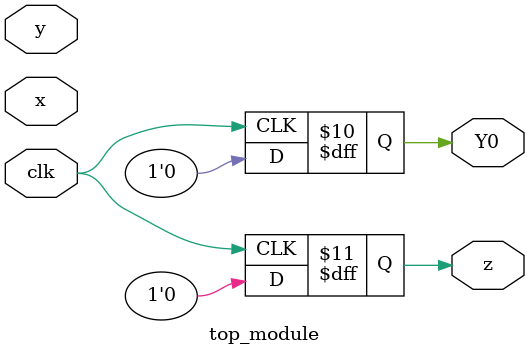
<source format=sv>
module top_module (
    input clk,
    input x,
    input [2:0] y,
    output reg Y0,
    output reg z
);

always @(posedge clk) begin
    case ({x, y})
        2'b00_000: begin
            Y0 <= 1'b0;
            z <= 1'b0;
        end
        2'b01_001, 2'b01_100: begin
            Y0 <= 1'b0;
            z <= 1'b0;
        end
        2'b10_010, 2'b10_001: begin
            Y0 <= 1'b0;
            z <= 1'b0;
        end
        2'b11_001: begin
            Y0 <= 1'b0;
            z <= 1'b1;
        end
        2'b11_010, 2'b11_100: begin
            Y0 <= 1'b1;
            z <= 1'b1;
        end
        default: begin
            Y0 <= 1'b0;
            z <= 1'b0;
        end
    endcase
end

endmodule

</source>
